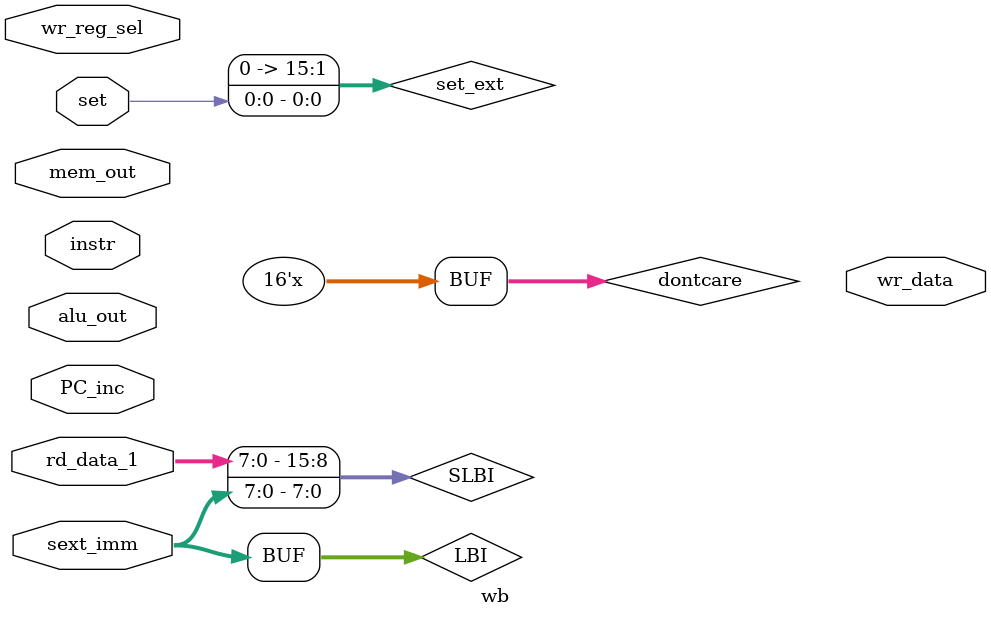
<source format=v>
/*
   CS/ECE 552 Spring '20
  
   Filename        : wb.v
   Description     : This is the module for the overall Write Back stage of the processor.
*/
module wb (instr,
           alu_out,
           mem_out,
           PC_inc,
           set,
           rd_data_1,
           sext_imm,
           wr_reg_sel,
           wr_data);

   input  [15:0] instr;
   input  [15:0] alu_out;
   input  [15:0] mem_out;
   input  [15:0] PC_inc;
   input  set;
   input  [15:0] rd_data_1;
   input  [15:0] sext_imm;
   input  [2:0]  wr_reg_sel;
   output [15:0] wr_data;

   wire [15:0] set_ext;
   wire [15:0] LBI;
   wire [15:0] SLBI;
   wire [15:0] dontcare;

   assign set_ext = {15'h0000, set};
   assign LBI = sext_imm;
   assign SLBI = {rd_data_1[7:0], sext_imm[7:0]};
   assign dontcare = 16'hXXXX;

   mux8_1 mux8_1_wr_data(.InA(alu_out),
                         .InB(mem_out),
                         .InC(PC_inc),
                         .InD(set_ext),
                         .InE(LBI),
                         .InF(SLBI),
                         .InG(dontcare),
                         .InH(dontcare),
                         .S(dontcare),
                         .Out(dontcare));

endmodule

</source>
